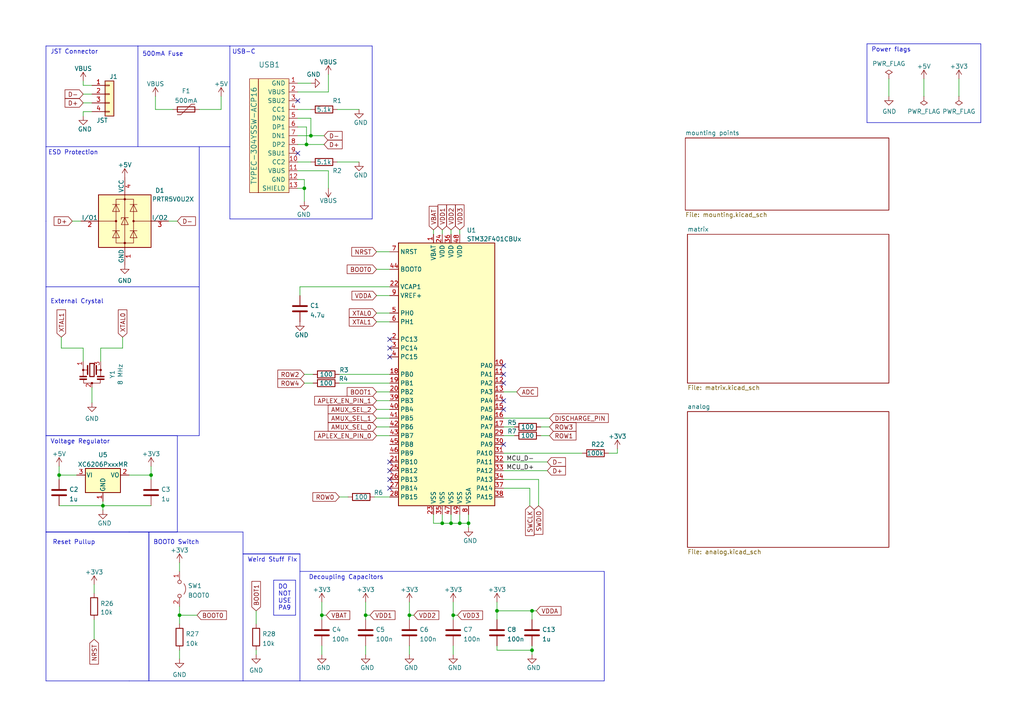
<source format=kicad_sch>
(kicad_sch (version 20230121) (generator eeschema)
  (paper "A4")
  (title_block (title "EC60") (date "2023-11-17") (rev "1.1.1") (company "LU.SV Solutions") (comment 1 "Cipulot PCB Design") (comment 2 "Cipulot") (comment 3 "GNU General Public License v3.0 "))
  (lib_symbols
    (symbol "Connector_Generic:Conn_01x04" (pin_names (offset 1.016) hide)
      (property "Reference" "J" (at 0 5.08 0))
      (property "Value" "Conn_01x04" (at 0 -7.62 0))
      (symbol "Conn_01x04_1_1"
        (rectangle (start -1.27 -4.953) (end 0 -5.207) (stroke (width 0.1524)))
        (rectangle (start -1.27 -2.413) (end 0 -2.667) (stroke (width 0.1524)))
        (rectangle (start -1.27 0.127) (end 0 -0.127) (stroke (width 0.1524)))
        (rectangle (start -1.27 2.667) (end 0 2.413) (stroke (width 0.1524)))
        (rectangle (start -1.27 3.81) (end 1.27 -6.35) (stroke (width 0.254)) (fill (type background)))
        (pin passive line (at -5.08 2.54 0) (length 3.81) (name "Pin_1") (number "1"))
        (pin passive line (at -5.08 0 0) (length 3.81) (name "Pin_2") (number "2"))
        (pin passive line (at -5.08 -2.54 0) (length 3.81) (name "Pin_3") (number "3"))
        (pin passive line (at -5.08 -5.08 0) (length 3.81) (name "Pin_4") (number "4"))
      )
    )
    (symbol "Device:C" (pin_numbers hide) (pin_names (offset 0.254))
      (property "Reference" "C" (at 0.635 2.54 0))
      (property "Value" "C" (at 0.635 -2.54 0))
      (symbol "C_0_1"
        (polyline (pts (xy -2.032 -0.762) (xy 2.032 -0.762)) (stroke (width 0.508)))
        (polyline (pts (xy -2.032 0.762) (xy 2.032 0.762)) (stroke (width 0.508)))
      )
      (symbol "C_1_1"
        (pin passive line (at 0 3.81 270) (length 2.794) (name "~") (number "1"))
        (pin passive line (at 0 -3.81 90) (length 2.794) (name "~") (number "2"))
      )
    )
    (symbol "Device:Polyfuse" (pin_numbers hide) (pin_names (offset 0))
      (property "Reference" "F" (at -2.54 0 90))
      (property "Value" "Polyfuse" (at 2.54 0 90))
      (symbol "Polyfuse_0_1"
        (rectangle (start -0.762 2.54) (end 0.762 -2.54) (stroke (width 0.254)))
        (polyline (pts (xy 0 2.54) (xy 0 -2.54)))
        (polyline (pts (xy -1.524 2.54) (xy -1.524 1.524) (xy 1.524 -1.524) (xy 1.524 -2.54)))
      )
      (symbol "Polyfuse_1_1"
        (pin passive line (at 0 3.81 270) (length 1.27) (name "~") (number "1"))
        (pin passive line (at 0 -3.81 90) (length 1.27) (name "~") (number "2"))
      )
    )
    (symbol "Device:R" (pin_numbers hide) (pin_names (offset 0))
      (property "Reference" "R" (at 2.032 0 90))
      (property "Value" "R" (at 0 0 90))
      (symbol "R_0_1"
        (rectangle (start -1.016 -2.54) (end 1.016 2.54) (stroke (width 0.254)))
      )
      (symbol "R_1_1"
        (pin passive line (at 0 3.81 270) (length 1.27) (name "~") (number "1"))
        (pin passive line (at 0 -3.81 90) (length 1.27) (name "~") (number "2"))
      )
    )
    (symbol "Device:Resonator_Small" (pin_names (offset 1.016) hide)
      (property "Reference" "Y" (at 3.175 1.905 0))
      (property "Value" "Resonator_Small" (at 3.175 0 0))
      (symbol "Resonator_Small_0_1"
        (rectangle (start -3.556 -2.54) (end -1.524 -2.794) (fill (type outline)))
        (rectangle (start -3.556 -1.778) (end -1.524 -2.032) (fill (type outline)))
        (circle (center -2.54 0) (radius 0.254) (fill (type outline)))
        (rectangle (start -0.635 1.905) (end 0.635 -1.905) (stroke (width 0.3048)))
        (circle (center 0 -3.81) (radius 0.254) (fill (type outline)))
        (polyline (pts (xy -2.54 -1.778) (xy -2.54 0)))
        (polyline (pts (xy -2.54 0) (xy -1.397 0)))
        (polyline (pts (xy -2.54 1.27) (xy -2.54 0)))
        (polyline (pts (xy -1.27 -1.27) (xy -1.27 1.27)) (stroke (width 0.381)))
        (polyline (pts (xy 1.27 -1.27) (xy 1.27 1.27)) (stroke (width 0.381)))
        (polyline (pts (xy 1.27 0) (xy 2.54 0)))
        (polyline (pts (xy 2.54 0) (xy 2.54 -1.778)))
        (polyline (pts (xy 2.54 1.27) (xy 2.54 0)))
        (polyline (pts (xy 2.413 -2.794) (xy 2.413 -3.81) (xy -2.413 -3.81) (xy -2.413 -2.667)))
        (rectangle (start 1.524 -2.54) (end 3.556 -2.794) (fill (type outline)))
        (rectangle (start 1.524 -1.778) (end 3.556 -2.032) (fill (type outline)))
        (circle (center 2.54 0) (radius 0.254) (fill (type outline)))
      )
      (symbol "Resonator_Small_1_1"
        (pin passive line (at -2.54 2.54 270) (length 1.27) (name "1") (number "1"))
        (pin passive line (at 0 -5.08 90) (length 1.27) (name "2") (number "2"))
        (pin passive line (at 2.54 2.54 270) (length 1.27) (name "3") (number "3"))
      )
    )
    (symbol "Jumper:Jumper_2_Open" (pin_names (offset 0) hide)
      (property "Reference" "JP" (at 0 2.794 0))
      (property "Value" "Jumper_2_Open" (at 0 -2.286 0))
      (symbol "Jumper_2_Open_0_0"
        (circle (center -2.032 0) (radius 0.508))
        (circle (center 2.032 0) (radius 0.508))
      )
      (symbol "Jumper_2_Open_0_1"
        (arc (start 1.524 1.27) (mid 0 1.778) (end -1.524 1.27))
      )
      (symbol "Jumper_2_Open_1_1"
        (pin passive line (at -5.08 0 0) (length 2.54) (name "A") (number "1"))
        (pin passive line (at 5.08 0 180) (length 2.54) (name "B") (number "2"))
      )
    )
    (symbol "MCU_ST_STM32F4:STM32F401CBUx"
      (property "Reference" "U" (at -15.24 39.37 0))
      (property "Value" "STM32F401CBUx" (at 5.08 39.37 0))
      (symbol "STM32F401CBUx_0_1"
        (rectangle (start -15.24 -38.1) (end 12.7 38.1) (stroke (width 0.254)) (fill (type background)))
      )
      (symbol "STM32F401CBUx_1_1"
        (pin power_in line (at -5.08 40.64 270) (length 2.54) (name "VBAT") (number "1"))
        (pin bidirectional line (at 15.24 2.54 180) (length 2.54) (name "PA0") (number "10"))
        (pin bidirectional line (at 15.24 0 180) (length 2.54) (name "PA1") (number "11"))
        (pin bidirectional line (at 15.24 -2.54 180) (length 2.54) (name "PA2") (number "12"))
        (pin bidirectional line (at 15.24 -5.08 180) (length 2.54) (name "PA3") (number "13"))
        (pin bidirectional line (at 15.24 -7.62 180) (length 2.54) (name "PA4") (number "14"))
        (pin bidirectional line (at 15.24 -10.16 180) (length 2.54) (name "PA5") (number "15"))
        (pin bidirectional line (at 15.24 -12.7 180) (length 2.54) (name "PA6") (number "16"))
        (pin bidirectional line (at 15.24 -15.24 180) (length 2.54) (name "PA7") (number "17"))
        (pin bidirectional line (at -17.78 0 0) (length 2.54) (name "PB0") (number "18"))
        (pin bidirectional line (at -17.78 -2.54 0) (length 2.54) (name "PB1") (number "19"))
        (pin bidirectional line (at -17.78 10.16 0) (length 2.54) (name "PC13") (number "2"))
        (pin bidirectional line (at -17.78 -5.08 0) (length 2.54) (name "PB2") (number "20"))
        (pin bidirectional line (at -17.78 -25.4 0) (length 2.54) (name "PB10") (number "21"))
        (pin power_in line (at -17.78 25.4 0) (length 2.54) (name "VCAP1") (number "22"))
        (pin power_in line (at -5.08 -40.64 90) (length 2.54) (name "VSS") (number "23"))
        (pin power_in line (at -2.54 40.64 270) (length 2.54) (name "VDD") (number "24"))
        (pin bidirectional line (at -17.78 -27.94 0) (length 2.54) (name "PB12") (number "25"))
        (pin bidirectional line (at -17.78 -30.48 0) (length 2.54) (name "PB13") (number "26"))
        (pin bidirectional line (at -17.78 -33.02 0) (length 2.54) (name "PB14") (number "27"))
        (pin bidirectional line (at -17.78 -35.56 0) (length 2.54) (name "PB15") (number "28"))
        (pin bidirectional line (at 15.24 -17.78 180) (length 2.54) (name "PA8") (number "29"))
        (pin bidirectional line (at -17.78 7.62 0) (length 2.54) (name "PC14") (number "3"))
        (pin bidirectional line (at 15.24 -20.32 180) (length 2.54) (name "PA9") (number "30"))
        (pin bidirectional line (at 15.24 -22.86 180) (length 2.54) (name "PA10") (number "31"))
        (pin bidirectional line (at 15.24 -25.4 180) (length 2.54) (name "PA11") (number "32"))
        (pin bidirectional line (at 15.24 -27.94 180) (length 2.54) (name "PA12") (number "33"))
        (pin bidirectional line (at 15.24 -30.48 180) (length 2.54) (name "PA13") (number "34"))
        (pin power_in line (at -2.54 -40.64 90) (length 2.54) (name "VSS") (number "35"))
        (pin power_in line (at 0 40.64 270) (length 2.54) (name "VDD") (number "36"))
        (pin bidirectional line (at 15.24 -33.02 180) (length 2.54) (name "PA14") (number "37"))
        (pin bidirectional line (at 15.24 -35.56 180) (length 2.54) (name "PA15") (number "38"))
        (pin bidirectional line (at -17.78 -7.62 0) (length 2.54) (name "PB3") (number "39"))
        (pin bidirectional line (at -17.78 5.08 0) (length 2.54) (name "PC15") (number "4"))
        (pin bidirectional line (at -17.78 -10.16 0) (length 2.54) (name "PB4") (number "40"))
        (pin bidirectional line (at -17.78 -12.7 0) (length 2.54) (name "PB5") (number "41"))
        (pin bidirectional line (at -17.78 -15.24 0) (length 2.54) (name "PB6") (number "42"))
        (pin bidirectional line (at -17.78 -17.78 0) (length 2.54) (name "PB7") (number "43"))
        (pin input line (at -17.78 30.48 0) (length 2.54) (name "BOOT0") (number "44"))
        (pin bidirectional line (at -17.78 -20.32 0) (length 2.54) (name "PB8") (number "45"))
        (pin bidirectional line (at -17.78 -22.86 0) (length 2.54) (name "PB9") (number "46"))
        (pin power_in line (at 0 -40.64 90) (length 2.54) (name "VSS") (number "47"))
        (pin power_in line (at 2.54 40.64 270) (length 2.54) (name "VDD") (number "48"))
        (pin power_in line (at 2.54 -40.64 90) (length 2.54) (name "VSS") (number "49"))
        (pin input line (at -17.78 17.78 0) (length 2.54) (name "PH0") (number "5"))
        (pin input line (at -17.78 15.24 0) (length 2.54) (name "PH1") (number "6"))
        (pin input line (at -17.78 35.56 0) (length 2.54) (name "NRST") (number "7"))
        (pin power_in line (at 5.08 -40.64 90) (length 2.54) (name "VSSA") (number "8"))
        (pin power_in line (at -17.78 22.86 0) (length 2.54) (name "VREF+") (number "9"))
      )
    )
    (symbol "Power_Protection:PRTR5V0U2X" (pin_names (offset 0))
      (property "Reference" "D" (at 2.794 8.636 0))
      (property "Value" "PRTR5V0U2X" (at 8.128 -9.398 0))
      (symbol "PRTR5V0U2X_0_1"
        (rectangle (start -7.62 -7.62) (end 7.62 7.62) (stroke (width 0.254)) (fill (type background)))
        (circle (center -2.54 0) (radius 0.254) (fill (type outline)))
        (rectangle (start -2.54 6.35) (end 2.54 -6.35))
        (circle (center 0 -6.35) (radius 0.254) (fill (type outline)))
        (polyline (pts (xy -2.54 0) (xy -7.62 0)))
        (polyline (pts (xy -1.524 -2.794) (xy -3.556 -2.794)))
        (polyline (pts (xy -1.524 4.826) (xy -3.556 4.826)))
        (polyline (pts (xy 0 -7.62) (xy 0 7.62)))
        (polyline (pts (xy 1.524 -2.794) (xy 3.556 -2.794)))
        (polyline (pts (xy 1.524 4.826) (xy 3.556 4.826)))
        (polyline (pts (xy 2.54 0) (xy 7.62 0)))
        (polyline (pts (xy 1.016 1.016) (xy -1.016 1.016) (xy -1.016 0.508)))
        (polyline (pts (xy -3.556 -4.826) (xy -1.524 -4.826) (xy -2.54 -2.794) (xy -3.556 -4.826)))
        (polyline (pts (xy -3.556 2.794) (xy -1.524 2.794) (xy -2.54 4.826) (xy -3.556 2.794)))
        (polyline (pts (xy -1.016 -1.016) (xy 1.016 -1.016) (xy 0 1.016) (xy -1.016 -1.016)))
        (polyline (pts (xy 3.556 -4.826) (xy 1.524 -4.826) (xy 2.54 -2.794) (xy 3.556 -4.826)))
        (polyline (pts (xy 3.556 2.794) (xy 1.524 2.794) (xy 2.54 4.826) (xy 3.556 2.794)))
        (circle (center 0 6.35) (radius 0.254) (fill (type outline)))
        (circle (center 2.54 0) (radius 0.254) (fill (type outline)))
      )
      (symbol "PRTR5V0U2X_1_1"
        (pin passive line (at 0 -12.7 90) (length 5.08) (name "GND") (number "1"))
        (pin passive line (at -12.7 0 0) (length 5.08) (name "I/O1") (number "2"))
        (pin passive line (at 12.7 0 180) (length 5.08) (name "I/O2") (number "3"))
        (pin passive line (at 0 12.7 270) (length 5.08) (name "VCC") (number "4"))
      )
    )
    (symbol "Regulator_Linear:XC6206PxxxMR" (pin_names (offset 0.254))
      (property "Reference" "U" (at -3.81 3.175 0))
      (property "Value" "XC6206PxxxMR" (at 0 3.175 0))
      (symbol "XC6206PxxxMR_0_1"
        (rectangle (start -5.08 1.905) (end 5.08 -5.08) (stroke (width 0.254)) (fill (type background)))
      )
      (symbol "XC6206PxxxMR_1_1"
        (pin power_in line (at 0 -7.62 90) (length 2.54) (name "GND") (number "1"))
        (pin power_out line (at 7.62 0 180) (length 2.54) (name "VO") (number "2"))
        (pin power_in line (at -7.62 0 0) (length 2.54) (name "VI") (number "3"))
      )
    )
    (symbol "cipulot_parts:TYPEC-304YSSW-ACP16" (pin_names (offset 1.016))
      (property "Reference" "USB" (at -5.08 16.51 0))
      (property "Value" "TYPEC-304YSSW-ACP16" (at -10.16 -1.27 90))
      (symbol "TYPEC-304YSSW-ACP16_0_1"
        (rectangle (start -11.43 15.24) (end -8.89 -17.78) (fill (type background)))
        (rectangle (start 0 -17.78) (end -8.89 15.24) (fill (type background)))
      )
      (symbol "TYPEC-304YSSW-ACP16_1_1"
        (pin input line (at 2.54 13.97 180) (length 2.54) (name "GND") (number "1"))
        (pin input line (at 2.54 -8.89 180) (length 2.54) (name "CC2") (number "10"))
        (pin input line (at 2.54 -11.43 180) (length 2.54) (name "VBUS") (number "11"))
        (pin input line (at 2.54 -13.97 180) (length 2.54) (name "GND") (number "12"))
        (pin input line (at 2.54 -16.51 180) (length 2.54) (name "SHIELD") (number "13"))
        (pin input line (at 2.54 11.43 180) (length 2.54) (name "VBUS") (number "2"))
        (pin input line (at 2.54 8.89 180) (length 2.54) (name "SBU2") (number "3"))
        (pin input line (at 2.54 6.35 180) (length 2.54) (name "CC1") (number "4"))
        (pin input line (at 2.54 3.81 180) (length 2.54) (name "DN2") (number "5"))
        (pin input line (at 2.54 1.27 180) (length 2.54) (name "DP1") (number "6"))
        (pin input line (at 2.54 -1.27 180) (length 2.54) (name "DN1") (number "7"))
        (pin input line (at 2.54 -3.81 180) (length 2.54) (name "DP2") (number "8"))
        (pin input line (at 2.54 -6.35 180) (length 2.54) (name "SBU1") (number "9"))
      )
    )
    (symbol "power:+3.3V" (power) (pin_names (offset 0))
      (property "Value" "+3.3V" (at 0 3.556 0))
      (symbol "+3.3V_0_1"
        (polyline (pts (xy -0.762 1.27) (xy 0 2.54)))
        (polyline (pts (xy 0 0) (xy 0 2.54)))
        (polyline (pts (xy 0 2.54) (xy 0.762 1.27)))
      )
      (symbol "+3.3V_1_1"
        (pin power_in line (at 0 0 90) (length 0) hide (name "+3V3") (number "1"))
      )
    )
    (symbol "power:+5V" (power) (pin_names (offset 0))
      (property "Value" "+5V" (at 0 3.556 0))
      (symbol "+5V_0_1"
        (polyline (pts (xy -0.762 1.27) (xy 0 2.54)))
        (polyline (pts (xy 0 0) (xy 0 2.54)))
        (polyline (pts (xy 0 2.54) (xy 0.762 1.27)))
      )
      (symbol "+5V_1_1"
        (pin power_in line (at 0 0 90) (length 0) hide (name "+5V") (number "1"))
      )
    )
    (symbol "power:GND" (power) (pin_names (offset 0))
      (property "Value" "GND" (at 0 -3.81 0))
      (symbol "GND_0_1"
        (polyline (pts (xy 0 0) (xy 0 -1.27) (xy 1.27 -1.27) (xy 0 -2.54) (xy -1.27 -1.27) (xy 0 -1.27)))
      )
      (symbol "GND_1_1"
        (pin power_in line (at 0 0 270) (length 0) hide (name "GND") (number "1"))
      )
    )
    (symbol "power:PWR_FLAG" (power) (pin_numbers hide) (pin_names (offset 0) hide)
      (property "Value" "PWR_FLAG" (at 0 3.81 0))
      (symbol "PWR_FLAG_0_0"
        (pin power_out line (at 0 0 90) (length 0) (name "pwr") (number "1"))
      )
      (symbol "PWR_FLAG_0_1"
        (polyline (pts (xy 0 0) (xy 0 1.27) (xy -1.016 1.905) (xy 0 2.54) (xy 1.016 1.905) (xy 0 1.27)))
      )
    )
    (symbol "power:VBUS" (power) (pin_names (offset 0))
      (property "Value" "VBUS" (at 0 3.81 0))
      (symbol "VBUS_0_1"
        (polyline (pts (xy -0.762 1.27) (xy 0 2.54)))
        (polyline (pts (xy 0 0) (xy 0 2.54)))
        (polyline (pts (xy 0 2.54) (xy 0.762 1.27)))
      )
      (symbol "VBUS_1_1"
        (pin power_in line (at 0 0 90) (length 0) hide (name "VBUS") (number "1"))
      )
    )
  )
  (junction (at 144.145 177.165))
  (junction (at 133.35 151.765))
  (junction (at 135.89 151.765))
  (junction (at 106.045 178.435))
  (junction (at 90.17 39.37))
  (junction (at 154.305 188.595))
  (junction (at 43.815 137.795))
  (junction (at 29.845 146.685))
  (junction (at 88.265 54.61))
  (junction (at 88.9 41.91))
  (junction (at 130.81 151.765))
  (junction (at 17.145 137.795))
  (junction (at 154.305 177.165))
  (junction (at 93.345 178.435))
  (junction (at 128.27 151.765))
  (junction (at 52.07 178.435))
  (junction (at 118.745 178.435))
  (junction (at 131.445 178.435))
  (no_connect (at 113.03 136.525))
  (no_connect (at 86.36 44.45))
  (no_connect (at 146.05 108.585))
  (no_connect (at 86.36 29.21))
  (no_connect (at 146.05 118.745))
  (no_connect (at 113.03 133.985))
  (no_connect (at 113.03 141.605))
  (no_connect (at 146.05 111.125))
  (no_connect (at 113.03 103.505))
  (no_connect (at 146.05 106.045))
  (no_connect (at 113.03 100.965))
  (no_connect (at 113.03 98.425))
  (no_connect (at 146.05 128.905))
  (no_connect (at 146.05 116.205))
  (no_connect (at 113.03 139.065))
  (wire (pts (xy 146.05 113.665) (xy 149.86 113.665)))
  (wire (pts (xy 86.36 36.83) (xy 88.9 36.83)))
  (wire (pts (xy 135.89 153.035) (xy 135.89 151.765)))
  (polyline (pts (xy 13.335 83.185) (xy 13.335 126.365)))
  (polyline (pts (xy 79.375 168.275) (xy 85.725 168.275)))
  (wire (pts (xy 74.295 188.595) (xy 74.295 189.865)))
  (polyline (pts (xy 43.18 154.305) (xy 43.18 197.485)))
  (polyline (pts (xy 57.785 42.545) (xy 13.335 42.545)))
  (wire (pts (xy 29.845 145.415) (xy 29.845 146.685)))
  (wire (pts (xy 159.385 126.365) (xy 156.845 126.365)))
  (wire (pts (xy 156.21 146.685) (xy 156.21 139.065)))
  (polyline (pts (xy 13.335 13.335) (xy 40.005 13.335)))
  (polyline (pts (xy 66.675 13.335) (xy 107.95 13.335)))
  (wire (pts (xy 118.745 179.705) (xy 118.745 178.435)))
  (polyline (pts (xy 66.675 42.545) (xy 66.675 13.335)))
  (wire (pts (xy 128.27 151.765) (xy 130.81 151.765)))
  (wire (pts (xy 149.225 123.825) (xy 146.05 123.825)))
  (wire (pts (xy 74.295 177.165) (xy 74.295 180.975)))
  (polyline (pts (xy 175.26 165.735) (xy 175.26 197.485)))
  (polyline (pts (xy 86.995 160.655) (xy 86.995 197.485)))
  (wire (pts (xy 154.305 177.165) (xy 154.305 179.705)))
  (wire (pts (xy 109.22 121.285) (xy 113.03 121.285)))
  (polyline (pts (xy 13.335 154.305) (xy 13.335 197.485)))
  (wire (pts (xy 90.17 34.29) (xy 90.17 39.37)))
  (wire (pts (xy 17.145 135.255) (xy 17.145 137.795)))
  (wire (pts (xy 154.305 188.595) (xy 154.305 189.865)))
  (wire (pts (xy 24.13 29.845) (xy 26.67 29.845)))
  (polyline (pts (xy 57.785 83.185) (xy 57.785 42.545)))
  (wire (pts (xy 144.145 188.595) (xy 154.305 188.595)))
  (wire (pts (xy 86.36 46.99) (xy 90.17 46.99)))
  (wire (pts (xy 27.305 169.545) (xy 27.305 172.085)))
  (wire (pts (xy 154.305 177.165) (xy 155.575 177.165)))
  (wire (pts (xy 86.36 24.13) (xy 90.17 24.13)))
  (wire (pts (xy 153.67 141.605) (xy 153.67 146.685)))
  (wire (pts (xy 146.05 133.985) (xy 158.75 133.985)))
  (polyline (pts (xy 251.46 35.56) (xy 284.48 35.56)))
  (wire (pts (xy 118.745 178.435) (xy 120.015 178.435)))
  (wire (pts (xy 133.35 67.945) (xy 133.35 66.675)))
  (wire (pts (xy 278.13 22.86) (xy 278.13 27.94)))
  (wire (pts (xy 146.05 139.065) (xy 156.21 139.065)))
  (wire (pts (xy 86.36 39.37) (xy 90.17 39.37)))
  (wire (pts (xy 159.385 121.285) (xy 146.05 121.285)))
  (wire (pts (xy 35.56 97.79) (xy 35.56 100.965)))
  (wire (pts (xy 109.22 90.805) (xy 113.03 90.805)))
  (wire (pts (xy 86.36 26.67) (xy 95.25 26.67)))
  (wire (pts (xy 106.045 179.705) (xy 106.045 178.435)))
  (polyline (pts (xy 85.725 178.435) (xy 85.725 168.275)))
  (polyline (pts (xy 79.375 168.275) (xy 79.375 178.435)))
  (wire (pts (xy 57.785 31.75) (xy 64.135 31.75)))
  (polyline (pts (xy 51.435 126.365) (xy 13.335 126.365)))
  (wire (pts (xy 17.145 146.685) (xy 29.845 146.685)))
  (wire (pts (xy 95.25 26.67) (xy 95.25 21.59)))
  (wire (pts (xy 125.73 67.945) (xy 125.73 66.675)))
  (wire (pts (xy 45.085 27.94) (xy 45.085 31.75)))
  (wire (pts (xy 106.045 187.325) (xy 106.045 189.865)))
  (wire (pts (xy 93.345 178.435) (xy 93.345 179.705)))
  (wire (pts (xy 26.67 112.395) (xy 26.67 116.84)))
  (polyline (pts (xy 86.995 165.735) (xy 175.26 165.735)))
  (wire (pts (xy 128.27 67.945) (xy 128.27 66.675)))
  (wire (pts (xy 146.05 136.525) (xy 158.75 136.525)))
  (wire (pts (xy 90.17 39.37) (xy 93.98 39.37)))
  (polyline (pts (xy 70.485 197.485) (xy 70.485 154.305)))
  (wire (pts (xy 17.78 97.79) (xy 17.78 100.965)))
  (wire (pts (xy 29.21 104.775) (xy 29.21 100.965)))
  (wire (pts (xy 93.345 187.325) (xy 93.345 189.865)))
  (wire (pts (xy 52.07 178.435) (xy 52.07 180.975)))
  (wire (pts (xy 144.145 174.625) (xy 144.145 177.165)))
  (wire (pts (xy 20.955 64.135) (xy 23.495 64.135)))
  (wire (pts (xy 106.045 174.625) (xy 106.045 178.435)))
  (wire (pts (xy 267.97 22.86) (xy 267.97 27.94)))
  (polyline (pts (xy 79.375 178.435) (xy 85.725 178.435)))
  (wire (pts (xy 109.22 118.745) (xy 113.03 118.745)))
  (polyline (pts (xy 13.335 154.305) (xy 37.465 154.305)))
  (polyline (pts (xy 13.335 42.545) (xy 13.335 64.135)))
  (wire (pts (xy 109.22 126.365) (xy 113.03 126.365)))
  (wire (pts (xy 130.81 149.225) (xy 130.81 151.765)))
  (wire (pts (xy 86.995 83.185) (xy 86.995 85.725)))
  (wire (pts (xy 109.22 116.205) (xy 113.03 116.205)))
  (wire (pts (xy 29.21 100.965) (xy 35.56 100.965)))
  (wire (pts (xy 128.27 149.225) (xy 128.27 151.765)))
  (wire (pts (xy 17.145 137.795) (xy 22.225 137.795)))
  (polyline (pts (xy 43.18 197.485) (xy 43.18 154.305)))
  (wire (pts (xy 88.265 108.585) (xy 90.805 108.585)))
  (wire (pts (xy 24.13 32.385) (xy 26.67 32.385)))
  (wire (pts (xy 133.35 151.765) (xy 135.89 151.765)))
  (wire (pts (xy 37.465 137.795) (xy 43.815 137.795)))
  (polyline (pts (xy 86.995 197.485) (xy 70.485 197.485)))
  (wire (pts (xy 179.07 131.445) (xy 179.07 130.175)))
  (wire (pts (xy 52.07 175.895) (xy 52.07 178.435)))
  (wire (pts (xy 131.445 178.435) (xy 131.445 179.705)))
  (wire (pts (xy 257.81 22.86) (xy 257.81 27.94)))
  (wire (pts (xy 29.845 146.685) (xy 29.845 147.955)))
  (wire (pts (xy 95.25 49.53) (xy 95.25 54.61)))
  (wire (pts (xy 86.36 34.29) (xy 90.17 34.29)))
  (polyline (pts (xy 51.435 154.305) (xy 51.435 126.365)))
  (wire (pts (xy 43.815 135.255) (xy 43.815 137.795)))
  (wire (pts (xy 144.145 177.165) (xy 154.305 177.165)))
  (wire (pts (xy 88.265 54.61) (xy 86.36 54.61)))
  (polyline (pts (xy 57.785 42.545) (xy 66.675 42.545)))
  (polyline (pts (xy 107.95 13.335) (xy 107.95 63.5)))
  (wire (pts (xy 64.135 31.75) (xy 64.135 27.94)))
  (polyline (pts (xy 66.675 63.5) (xy 66.675 42.545)))
  (wire (pts (xy 43.815 137.795) (xy 43.815 139.065)))
  (wire (pts (xy 176.53 131.445) (xy 179.07 131.445)))
  (wire (pts (xy 24.13 100.965) (xy 24.13 104.775)))
  (wire (pts (xy 27.305 179.705) (xy 27.305 185.42)))
  (wire (pts (xy 88.265 111.125) (xy 90.805 111.125)))
  (wire (pts (xy 118.745 187.325) (xy 118.745 189.865)))
  (wire (pts (xy 86.36 41.91) (xy 88.9 41.91)))
  (wire (pts (xy 159.385 123.825) (xy 156.845 123.825)))
  (wire (pts (xy 24.13 24.765) (xy 26.67 24.765)))
  (polyline (pts (xy 13.335 42.545) (xy 13.335 13.335)))
  (wire (pts (xy 52.07 163.195) (xy 52.07 165.735)))
  (wire (pts (xy 24.13 23.495) (xy 24.13 24.765)))
  (polyline (pts (xy 251.46 12.7) (xy 251.46 35.56)))
  (wire (pts (xy 17.145 137.795) (xy 17.145 139.065)))
  (polyline (pts (xy 13.335 126.365) (xy 13.335 154.305)))
  (wire (pts (xy 24.13 33.655) (xy 24.13 32.385)))
  (wire (pts (xy 146.05 131.445) (xy 168.91 131.445)))
  (wire (pts (xy 130.81 151.765) (xy 133.35 151.765)))
  (polyline (pts (xy 13.335 154.305) (xy 37.465 154.305)))
  (wire (pts (xy 88.265 52.07) (xy 88.265 54.61)))
  (wire (pts (xy 94.615 178.435) (xy 93.345 178.435)))
  (polyline (pts (xy 70.485 160.655) (xy 86.995 160.655)))
  (wire (pts (xy 113.03 83.185) (xy 86.995 83.185)))
  (wire (pts (xy 149.225 126.365) (xy 146.05 126.365)))
  (wire (pts (xy 144.145 187.325) (xy 144.145 188.595)))
  (polyline (pts (xy 13.335 126.365) (xy 57.785 126.365)))
  (polyline (pts (xy 66.675 13.335) (xy 40.005 13.335)))
  (wire (pts (xy 125.73 149.225) (xy 125.73 151.765)))
  (wire (pts (xy 88.9 41.91) (xy 93.98 41.91)))
  (wire (pts (xy 109.22 73.025) (xy 113.03 73.025)))
  (wire (pts (xy 24.13 27.305) (xy 26.67 27.305)))
  (wire (pts (xy 125.73 151.765) (xy 128.27 151.765)))
  (wire (pts (xy 86.36 52.07) (xy 88.265 52.07)))
  (polyline (pts (xy 37.465 197.485) (xy 70.485 197.485)))
  (wire (pts (xy 109.22 78.105) (xy 113.03 78.105)))
  (polyline (pts (xy 175.26 197.485) (xy 86.995 197.485)))
  (polyline (pts (xy 107.95 63.5) (xy 66.675 63.5)))
  (wire (pts (xy 106.045 178.435) (xy 107.315 178.435)))
  (wire (pts (xy 97.79 31.75) (xy 104.14 31.75)))
  (wire (pts (xy 133.35 149.225) (xy 133.35 151.765)))
  (wire (pts (xy 17.78 100.965) (xy 24.13 100.965)))
  (wire (pts (xy 113.03 85.725) (xy 109.22 85.725)))
  (wire (pts (xy 52.07 188.595) (xy 52.07 191.135)))
  (wire (pts (xy 108.585 144.145) (xy 113.03 144.145)))
  (polyline (pts (xy 13.335 197.485) (xy 37.465 197.485)))
  (polyline (pts (xy 57.785 126.365) (xy 57.785 83.185)))
  (wire (pts (xy 98.425 144.145) (xy 100.965 144.145)))
  (wire (pts (xy 131.445 178.435) (xy 132.715 178.435)))
  (wire (pts (xy 97.79 46.99) (xy 104.14 46.99)))
  (wire (pts (xy 86.36 31.75) (xy 90.17 31.75)))
  (wire (pts (xy 118.745 174.625) (xy 118.745 178.435)))
  (wire (pts (xy 131.445 174.625) (xy 131.445 178.435)))
  (wire (pts (xy 130.81 67.945) (xy 130.81 66.675)))
  (polyline (pts (xy 251.46 12.7) (xy 284.48 12.7)))
  (wire (pts (xy 109.22 93.345) (xy 113.03 93.345)))
  (polyline (pts (xy 13.335 83.185) (xy 57.785 83.185)))
  (polyline (pts (xy 37.465 154.305) (xy 51.435 154.305)))
  (wire (pts (xy 48.895 64.135) (xy 51.435 64.135)))
  (polyline (pts (xy 284.48 35.56) (xy 284.48 12.7)))
  (polyline (pts (xy 37.465 154.305) (xy 70.485 154.305)))
  (wire (pts (xy 98.425 111.125) (xy 113.03 111.125)))
  (wire (pts (xy 88.265 54.61) (xy 88.265 58.42)))
  (polyline (pts (xy 40.005 42.545) (xy 40.005 13.335)))
  (wire (pts (xy 109.22 113.665) (xy 113.03 113.665)))
  (wire (pts (xy 144.145 179.705) (xy 144.145 177.165)))
  (wire (pts (xy 131.445 187.325) (xy 131.445 189.865)))
  (polyline (pts (xy 86.995 160.655) (xy 70.485 160.655)))
  (wire (pts (xy 109.22 123.825) (xy 113.03 123.825)))
  (wire (pts (xy 29.845 146.685) (xy 43.815 146.685)))
  (wire (pts (xy 45.085 31.75) (xy 50.165 31.75)))
  (wire (pts (xy 98.425 108.585) (xy 113.03 108.585)))
  (wire (pts (xy 135.89 149.225) (xy 135.89 151.765)))
  (wire (pts (xy 146.05 141.605) (xy 153.67 141.605)))
  (wire (pts (xy 93.345 174.625) (xy 93.345 178.435)))
  (wire (pts (xy 52.07 178.435) (xy 57.15 178.435)))
  (polyline (pts (xy 13.335 64.135) (xy 13.335 83.185)))
  (wire (pts (xy 88.9 36.83) (xy 88.9 41.91)))
  (wire (pts (xy 154.305 187.325) (xy 154.305 188.595)))
  (wire (pts (xy 86.36 49.53) (xy 95.25 49.53)))
  (text "DO\nNOT\nUSE\nPA9\n" (at 80.645 177.165 0) (effects (font (size 1.27 1.27)) (justify left bottom)))
  (text "Voltage Regulator" (at 14.605 128.905 0) (effects (font (size 1.27 1.27)) (justify left bottom)))
  (text "JST Connector\n" (at 14.605 15.875 0) (effects (font (size 1.27 1.27)) (justify left bottom)))
  (text "BOOT0 Switch" (at 44.45 158.115 0) (effects (font (size 1.27 1.27)) (justify left bottom)))
  (text "External Crystal\n" (at 14.605 88.265 0) (effects (font (size 1.27 1.27)) (justify left bottom)))
  (text "Weird Stuff FIx" (at 71.755 163.195 0) (effects (font (size 1.27 1.27)) (justify left bottom)))
  (text "Decoupling Capacitors" (at 89.535 168.275 0) (effects (font (size 1.27 1.27)) (justify left bottom)))
  (text "Power flags\n" (at 252.73 15.24 0) (effects (font (size 1.27 1.27)) (justify left bottom)))
  (text "500mA Fuse" (at 41.275 16.51 0) (effects (font (size 1.27 1.27)) (justify left bottom)))
  (text "USB-C" (at 67.31 15.875 0) (effects (font (size 1.27 1.27)) (justify left bottom)))
  (text "ESD Protection\n" (at 13.97 45.085 0) (effects (font (size 1.27 1.27)) (justify left bottom)))
  (text "Reset Pullup" (at 15.24 158.115 0) (effects (font (size 1.27 1.27)) (justify left bottom)))
  (label "MCU_D+" (at 154.94 136.525 180))
  (label "MCU_D-" (at 154.94 133.985 180))
  (global_label "ROW4" (shape input) (at 88.265 111.125 180) (property "Intersheetrefs" "${INTERSHEET_REFS}" (effects hide)))
  (global_label "VDD3" (shape input) (at 132.715 178.435 0) (property "Intersheetrefs" "${INTERSHEET_REFS}" (effects hide)))
  (global_label "D+" (shape input) (at 24.13 29.845 180) (property "Intersheetrefs" "${INTERSHEET_REFS}" (effects hide)))
  (global_label "ROW0" (shape input) (at 98.425 144.145 180) (property "Intersheetrefs" "${INTERSHEET_REFS}" (effects hide)))
  (global_label "SWCLK" (shape input) (at 153.67 146.685 270) (property "Intersheetrefs" "${INTERSHEET_REFS}" (effects hide)))
  (global_label "ROW3" (shape input) (at 159.385 123.825 0) (property "Intersheetrefs" "${INTERSHEET_REFS}" (effects hide)))
  (global_label "D-" (shape input) (at 93.98 39.37 0) (property "Intersheetrefs" "${INTERSHEET_REFS}" (effects hide)))
  (global_label "APLEX_EN_PIN_1" (shape input) (at 109.22 116.205 180) (property "Intersheetrefs" "${INTERSHEET_REFS}" (effects hide)))
  (global_label "VBAT" (shape input) (at 94.615 178.435 0) (property "Intersheetrefs" "${INTERSHEET_REFS}" (effects hide)))
  (global_label "BOOT0" (shape input) (at 57.15 178.435 0) (property "Intersheetrefs" "${INTERSHEET_REFS}" (effects hide)))
  (global_label "DISCHARGE_PIN" (shape input) (at 159.385 121.285 0) (property "Intersheetrefs" "${INTERSHEET_REFS}" (effects hide)))
  (global_label "D+" (shape input) (at 20.955 64.135 180) (property "Intersheetrefs" "${INTERSHEET_REFS}" (effects hide)))
  (global_label "VDD2" (shape input) (at 120.015 178.435 0) (property "Intersheetrefs" "${INTERSHEET_REFS}" (effects hide)))
  (global_label "XTAL1" (shape input) (at 17.78 97.79 90) (property "Intersheetrefs" "${INTERSHEET_REFS}" (effects hide)))
  (global_label "VDD1" (shape input) (at 107.315 178.435 0) (property "Intersheetrefs" "${INTERSHEET_REFS}" (effects hide)))
  (global_label "SWDIO" (shape input) (at 156.21 146.685 270) (property "Intersheetrefs" "${INTERSHEET_REFS}" (effects hide)))
  (global_label "BOOT1" (shape input) (at 109.22 113.665 180) (property "Intersheetrefs" "${INTERSHEET_REFS}" (effects hide)))
  (global_label "D+" (shape input) (at 158.75 136.525 0) (property "Intersheetrefs" "${INTERSHEET_REFS}" (effects hide)))
  (global_label "NRST" (shape input) (at 109.22 73.025 180) (property "Intersheetrefs" "${INTERSHEET_REFS}" (effects hide)))
  (global_label "VDD1" (shape input) (at 128.27 66.675 90) (property "Intersheetrefs" "${INTERSHEET_REFS}" (effects hide)))
  (global_label "AMUX_SEL_1" (shape input) (at 109.22 121.285 180) (property "Intersheetrefs" "${INTERSHEET_REFS}" (effects hide)))
  (global_label "AMUX_SEL_0" (shape input) (at 109.22 123.825 180) (property "Intersheetrefs" "${INTERSHEET_REFS}" (effects hide)))
  (global_label "XTAL1" (shape input) (at 109.22 93.345 180) (property "Intersheetrefs" "${INTERSHEET_REFS}" (effects hide)))
  (global_label "ROW2" (shape input) (at 88.265 108.585 180) (property "Intersheetrefs" "${INTERSHEET_REFS}" (effects hide)))
  (global_label "VDDA" (shape input) (at 155.575 177.165 0) (property "Intersheetrefs" "${INTERSHEET_REFS}" (effects hide)))
  (global_label "D-" (shape input) (at 24.13 27.305 180) (property "Intersheetrefs" "${INTERSHEET_REFS}" (effects hide)))
  (global_label "VDD2" (shape input) (at 130.81 66.675 90) (property "Intersheetrefs" "${INTERSHEET_REFS}" (effects hide)))
  (global_label "XTAL0" (shape input) (at 35.56 97.79 90) (property "Intersheetrefs" "${INTERSHEET_REFS}" (effects hide)))
  (global_label "D+" (shape input) (at 93.98 41.91 0) (property "Intersheetrefs" "${INTERSHEET_REFS}" (effects hide)))
  (global_label "BOOT1" (shape input) (at 74.295 177.165 90) (property "Intersheetrefs" "${INTERSHEET_REFS}" (effects hide)))
  (global_label "AMUX_SEL_2" (shape input) (at 109.22 118.745 180) (property "Intersheetrefs" "${INTERSHEET_REFS}" (effects hide)))
  (global_label "VDDA" (shape input) (at 109.22 85.725 180) (property "Intersheetrefs" "${INTERSHEET_REFS}" (effects hide)))
  (global_label "NRST" (shape input) (at 27.305 185.42 270) (property "Intersheetrefs" "${INTERSHEET_REFS}" (effects hide)))
  (global_label "D-" (shape input) (at 158.75 133.985 0) (property "Intersheetrefs" "${INTERSHEET_REFS}" (effects hide)))
  (global_label "ROW1" (shape input) (at 159.385 126.365 0) (property "Intersheetrefs" "${INTERSHEET_REFS}" (effects hide)))
  (global_label "VDD3" (shape input) (at 133.35 66.675 90) (property "Intersheetrefs" "${INTERSHEET_REFS}" (effects hide)))
  (global_label "APLEX_EN_PIN_0" (shape input) (at 109.22 126.365 180) (property "Intersheetrefs" "${INTERSHEET_REFS}" (effects hide)))
  (global_label "XTAL0" (shape input) (at 109.22 90.805 180) (property "Intersheetrefs" "${INTERSHEET_REFS}" (effects hide)))
  (global_label "VBAT" (shape input) (at 125.73 66.675 90) (property "Intersheetrefs" "${INTERSHEET_REFS}" (effects hide)))
  (global_label "BOOT0" (shape input) (at 109.22 78.105 180) (property "Intersheetrefs" "${INTERSHEET_REFS}" (effects hide)))
  (global_label "ADC" (shape input) (at 149.86 113.665 0) (property "Intersheetrefs" "${INTERSHEET_REFS}" (effects hide)))
  (global_label "D-" (shape input) (at 51.435 64.135 0) (property "Intersheetrefs" "${INTERSHEET_REFS}" (effects hide)))
  (symbol (lib_id "power:PWR_FLAG") (at 257.81 22.86 0) (unit 1)
    (property "Reference" "#FLG01" (effects hide))
    (property "Value" "PWR_FLAG" (at 257.81 18.4658 0))
  )
  (symbol (lib_id "Connector_Generic:Conn_01x04") (at 31.75 27.305 0) (unit 1)
    (property "Reference" "J1" (at 31.75 22.225 0) (effects (justify left)))
    (property "Value" "JST" (at 27.94 34.925 0) (effects (justify left)))
    (property "Footprint" "cipulot_parts:JST-SR-4" (effects hide))
    (property "LCSC" "C145956" (effects hide))
  )
  (symbol (lib_id "power:GND") (at 135.89 153.035 0) (unit 1)
    (property "Reference" "#PWR020" (effects hide))
    (property "Value" "GND" (at 138.43 156.845 0) (effects (justify right)))
  )
  (symbol (lib_id "Device:C") (at 17.145 142.875 0) (unit 1)
    (property "Reference" "C2" (at 20.066 141.9665 0) (effects (justify left)))
    (property "Value" "1u" (at 20.066 144.7416 0) (effects (justify left)))
    (property "Footprint" "Capacitor_SMD:C_0402_1005Metric" (effects hide))
    (property "LCSC" "C52923" (effects hide))
  )
  (symbol (lib_id "power:+3.3V") (at 118.745 174.625 0) (unit 1)
    (property "Reference" "#PWR025" (effects hide))
    (property "Value" "+3.3V" (at 118.745 171.0205 0))
  )
  (symbol (lib_id "power:GND") (at 104.14 46.99 0) (unit 1)
    (property "Reference" "#PWR09" (effects hide))
    (property "Value" "GND" (at 106.68 50.8 0) (effects (justify right)))
  )
  (symbol (lib_id "Device:R") (at 52.07 184.785 0) (unit 1)
    (property "Reference" "R27" (at 53.848 183.8765 0) (effects (justify left)))
    (property "Value" "10k" (at 53.848 186.6516 0) (effects (justify left)))
    (property "Footprint" "Resistor_SMD:R_0402_1005Metric" (effects hide))
    (property "LCSC" "C25744" (effects hide))
  )
  (symbol (lib_id "power:+3.3V") (at 131.445 174.625 0) (unit 1)
    (property "Reference" "#PWR026" (effects hide))
    (property "Value" "+3.3V" (at 131.445 171.0205 0))
  )
  (symbol (lib_id "Device:C") (at 144.145 183.515 0) (unit 1)
    (property "Reference" "C8" (at 147.066 182.6065 0) (effects (justify left)))
    (property "Value" "100n" (at 147.066 185.3816 0) (effects (justify left)))
    (property "Footprint" "Capacitor_SMD:C_0402_1005Metric" (effects hide))
    (property "LCSC" "C307331" (effects hide))
  )
  (symbol (lib_id "Device:R") (at 74.295 184.785 180) (unit 1)
    (property "Reference" "R28" (at 76.073 183.8765 0) (effects (justify right)))
    (property "Value" "10k" (at 76.073 186.6516 0) (effects (justify right)))
    (property "Footprint" "Resistor_SMD:R_0402_1005Metric" (effects hide))
    (property "LCSC" "C25744" (effects hide))
  )
  (symbol (lib_id "power:GND") (at 86.995 93.345 0) (unit 1)
    (property "Reference" "#PWR014" (effects hide))
    (property "Value" "GND" (at 89.535 97.155 0) (effects (justify right)))
  )
  (symbol (lib_id "MCU_ST_STM32F4:STM32F401CBUx") (at 130.81 108.585 0) (unit 1)
    (property "Reference" "U1" (at 135.3694 66.7852 0) (effects (justify left)))
    (property "Value" "STM32F401CBUx" (at 135.3694 69.3221 0) (effects (justify left)))
    (property "Footprint" "Package_DFN_QFN:QFN-48-1EP_7x7mm_P0.5mm_EP5.6x5.6mm" (effects hide))
    (property "Datasheet" "http://www.st.com/st-web-ui/static/active/en/resource/technical/document/datasheet/DM00086815.pdf" (effects hide))
    (property "LCSC" "C118825" (effects hide))
  )
  (symbol (lib_id "cipulot_parts:TYPEC-304YSSW-ACP16") (at 83.82 38.1 0) (unit 1)
    (property "Reference" "USB1" (at 78.105 18.7759 0) (effects (font (size 1.524 1.524))))
    (property "Value" "TYPEC-304YSSW-ACP16" (at 73.66 39.37 90) (effects (font (size 1.524 1.524))))
    (property "Footprint" "cipulot_parts:TYPEC-304YSSW-ACP16" (effects hide))
    (property "LCSC" "C2840392" (effects hide))
  )
  (symbol (lib_id "power:+5V") (at 267.97 22.86 0) (unit 1)
    (property "Reference" "#PWR05" (effects hide))
    (property "Value" "+5V" (at 267.97 19.2555 0))
  )
  (symbol (lib_id "Device:R") (at 94.615 111.125 90) (unit 1)
    (property "Reference" "R4" (at 100.965 109.855 90) (effects (justify left)))
    (property "Value" "100" (at 96.52 111.125 90) (effects (justify left)))
    (property "Footprint" "Resistor_SMD:R_0402_1005Metric" (effects hide))
    (property "LCSC" "C25076" (effects hide))
  )
  (symbol (lib_id "Device:R") (at 153.035 123.825 90) (unit 1)
    (property "Reference" "R5" (at 149.86 122.555 90) (effects (justify left)))
    (property "Value" "100" (at 154.94 123.825 90) (effects (justify left)))
    (property "Footprint" "Resistor_SMD:R_0402_1005Metric" (effects hide))
    (property "LCSC" "C25076" (effects hide))
  )
  (symbol (lib_id "Device:R") (at 94.615 108.585 270) (unit 1)
    (property "Reference" "R3" (at 98.425 107.315 90) (effects (justify left)))
    (property "Value" "100" (at 92.71 108.585 90) (effects (justify left)))
    (property "Footprint" "Resistor_SMD:R_0402_1005Metric" (effects hide))
    (property "LCSC" "C25076" (effects hide))
  )
  (symbol (lib_id "power:+5V") (at 64.135 27.94 0) (unit 1)
    (property "Reference" "#PWR04" (effects hide))
    (property "Value" "+5V" (at 64.135 24.3355 0))
  )
  (symbol (lib_id "Device:R") (at 93.98 31.75 270) (unit 1)
    (property "Reference" "R1" (at 97.79 29.21 90))
    (property "Value" "5.1k" (at 93.98 31.75 90))
    (property "Footprint" "Resistor_SMD:R_0402_1005Metric" (effects hide))
    (property "LCSC" "C25905" (effects hide))
  )
  (symbol (lib_id "Device:Polyfuse") (at 53.975 31.75 270) (unit 1)
    (property "Reference" "F1" (at 53.975 26.3865 90))
    (property "Value" "500mA" (at 53.975 29.1616 90))
    (property "Footprint" "Fuse:Fuse_1206_3216Metric" (effects hide))
    (property "LCSC" "C70076" (effects hide))
  )
  (symbol (lib_id "Power_Protection:PRTR5V0U2X") (at 36.195 64.135 0) (unit 1)
    (property "Reference" "D1" (at 46.355 55.245 0))
    (property "Value" "PRTR5V0U2X" (at 50.165 57.785 0))
    (property "Footprint" "Package_TO_SOT_SMD:SOT-143" (effects hide))
    (property "Datasheet" "https://assets.nexperia.com/documents/data-sheet/PRTR5V0U2X.pdf" (effects hide))
    (property "LCSC" "C2827688" (effects hide))
  )
  (symbol (lib_id "Device:C") (at 106.045 183.515 0) (unit 1)
    (property "Reference" "C5" (at 108.966 182.6065 0) (effects (justify left)))
    (property "Value" "100n" (at 108.966 185.3816 0) (effects (justify left)))
    (property "Footprint" "Capacitor_SMD:C_0402_1005Metric" (effects hide))
    (property "LCSC" "C307331" (effects hide))
  )
  (symbol (lib_id "power:GND") (at 104.14 31.75 0) (unit 1)
    (property "Reference" "#PWR08" (effects hide))
    (property "Value" "GND" (at 106.68 35.56 0) (effects (justify right)))
  )
  (symbol (lib_id "Device:R") (at 104.775 144.145 90) (unit 1)
    (property "Reference" "R6" (at 111.125 142.875 90) (effects (justify left)))
    (property "Value" "100" (at 106.68 144.145 90) (effects (justify left)))
    (property "Footprint" "Resistor_SMD:R_0402_1005Metric" (effects hide))
    (property "LCSC" "C25076" (effects hide))
  )
  (symbol (lib_id "power:GND") (at 29.845 147.955 0) (unit 1)
    (property "Reference" "#PWR019" (effects hide))
    (property "Value" "GND" (at 32.385 151.765 0) (effects (justify right)))
  )
  (symbol (lib_id "power:GND") (at 90.17 24.13 90) (unit 1)
    (property "Reference" "#PWR02" (effects hide))
    (property "Value" "GND" (at 88.9 21.59 90) (effects (justify right)))
  )
  (symbol (lib_id "power:+3.3V") (at 52.07 163.195 0) (unit 1)
    (property "Reference" "#PWR021" (effects hide))
    (property "Value" "+3.3V" (at 52.07 159.5905 0))
  )
  (symbol (lib_id "power:GND") (at 36.195 76.835 0) (unit 1)
    (property "Reference" "#PWR013" (effects hide))
    (property "Value" "GND" (at 36.195 81.3975 0))
  )
  (symbol (lib_id "Device:C") (at 93.345 183.515 0) (unit 1)
    (property "Reference" "C4" (at 96.266 182.6065 0) (effects (justify left)))
    (property "Value" "100n" (at 96.266 185.3816 0) (effects (justify left)))
    (property "Footprint" "Capacitor_SMD:C_0402_1005Metric" (effects hide))
    (property "LCSC" "C307331" (effects hide))
  )
  (symbol (lib_id "power:+3.3V") (at 278.13 22.86 0) (unit 1)
    (property "Reference" "#PWR06" (effects hide))
    (property "Value" "+3.3V" (at 278.13 19.2555 0))
  )
  (symbol (lib_id "power:VBUS") (at 95.25 21.59 0) (unit 1)
    (property "Reference" "#PWR01" (effects hide))
    (property "Value" "VBUS" (at 95.25 17.9855 0))
  )
  (symbol (lib_id "power:GND") (at 257.81 27.94 0) (unit 1)
    (property "Reference" "#PWR07" (effects hide))
    (property "Value" "GND" (at 257.937 32.3342 0))
  )
  (symbol (lib_id "Device:C") (at 131.445 183.515 0) (unit 1)
    (property "Reference" "C7" (at 134.366 182.6065 0) (effects (justify left)))
    (property "Value" "100n" (at 134.366 185.3816 0) (effects (justify left)))
    (property "Footprint" "Capacitor_SMD:C_0402_1005Metric" (effects hide))
    (property "LCSC" "C307331" (effects hide))
  )
  (symbol (lib_id "Device:C") (at 86.995 89.535 0) (unit 1)
    (property "Reference" "C1" (at 89.916 88.6265 0) (effects (justify left)))
    (property "Value" "4.7u" (at 89.916 91.4016 0) (effects (justify left)))
    (property "Footprint" "Capacitor_SMD:C_0402_1005Metric" (effects hide))
    (property "LCSC" "C23733" (effects hide))
  )
  (symbol (lib_id "Device:R") (at 27.305 175.895 0) (unit 1)
    (property "Reference" "R26" (at 29.083 175.0603 0) (effects (justify left)))
    (property "Value" "10k" (at 29.083 177.5972 0) (effects (justify left)))
    (property "Footprint" "Resistor_SMD:R_0402_1005Metric" (effects hide))
    (property "LCSC" "C25744" (effects hide))
  )
  (symbol (lib_id "power:+3.3V") (at 27.305 169.545 0) (unit 1)
    (property "Reference" "#PWR022" (effects hide))
    (property "Value" "+3.3V" (at 27.305 165.9405 0))
  )
  (symbol (lib_id "power:GND") (at 74.295 189.865 0) (unit 1)
    (property "Reference" "#PWR045" (effects hide))
    (property "Value" "GND" (at 74.295 194.4275 0))
  )
  (symbol (lib_id "power:GND") (at 52.07 191.135 0) (unit 1)
    (property "Reference" "#PWR052" (effects hide))
    (property "Value" "GND" (at 52.07 195.6975 0))
  )
  (symbol (lib_id "power:+3.3V") (at 144.145 174.625 0) (unit 1)
    (property "Reference" "#PWR044" (effects hide))
    (property "Value" "+3.3V" (at 144.145 171.0205 0))
  )
  (symbol (lib_id "power:+5V") (at 36.195 51.435 0) (unit 1)
    (property "Reference" "#PWR010" (effects hide))
    (property "Value" "+5V" (at 36.195 47.8305 0))
  )
  (symbol (lib_id "Regulator_Linear:XC6206PxxxMR") (at 29.845 137.795 0) (unit 1)
    (property "Reference" "U5" (at 29.845 131.9235 0))
    (property "Value" "XC6206PxxxMR" (at 29.845 134.6986 0))
    (property "Footprint" "Package_TO_SOT_SMD:SOT-23" (effects hide))
    (property "Datasheet" "https://www.torexsemi.com/file/xc6206/XC6206.pdf" (effects hide))
    (property "LCSC" "C5446" (effects hide))
  )
  (symbol (lib_id "power:PWR_FLAG") (at 278.13 27.94 180) (unit 1)
    (property "Reference" "#FLG03" (effects hide))
    (property "Value" "PWR_FLAG" (at 278.13 32.3342 0))
  )
  (symbol (lib_id "Device:R") (at 172.72 131.445 90) (unit 1)
    (property "Reference" "R22" (at 171.45 128.905 90) (effects (justify right)))
    (property "Value" "100k" (at 170.18 131.445 90) (effects (justify right)))
    (property "Footprint" "Resistor_SMD:R_0402_1005Metric" (effects hide))
    (property "LCSC" "C25741" (effects hide))
  )
  (symbol (lib_id "power:GND") (at 131.445 189.865 0) (unit 1)
    (property "Reference" "#PWR049" (effects hide))
    (property "Value" "GND" (at 133.985 193.675 0) (effects (justify right)))
  )
  (symbol (lib_id "power:+5V") (at 17.145 135.255 0) (unit 1)
    (property "Reference" "#PWR017" (effects hide))
    (property "Value" "+5V" (at 17.145 131.6505 0))
  )
  (symbol (lib_id "power:PWR_FLAG") (at 267.97 27.94 180) (unit 1)
    (property "Reference" "#FLG02" (effects hide))
    (property "Value" "PWR_FLAG" (at 267.97 32.3342 0))
  )
  (symbol (lib_id "power:VBUS") (at 45.085 27.94 0) (unit 1)
    (property "Reference" "#PWR03" (effects hide))
    (property "Value" "VBUS" (at 45.085 24.3355 0))
  )
  (symbol (lib_id "Device:C") (at 43.815 142.875 0) (unit 1)
    (property "Reference" "C3" (at 46.736 141.9665 0) (effects (justify left)))
    (property "Value" "1u" (at 46.736 144.7416 0) (effects (justify left)))
    (property "Footprint" "Capacitor_SMD:C_0402_1005Metric" (effects hide))
    (property "LCSC" "C52923" (effects hide))
  )
  (symbol (lib_id "power:+3.3V") (at 106.045 174.625 0) (unit 1)
    (property "Reference" "#PWR024" (effects hide))
    (property "Value" "+3.3V" (at 106.045 171.0205 0))
  )
  (symbol (lib_id "Device:Resonator_Small") (at 26.67 107.315 0) (unit 1)
    (property "Reference" "Y1" (at 32.5882 108.585 90))
    (property "Value" "8 MHz" (at 34.8996 108.585 90))
    (property "Footprint" "Crystal:Resonator_SMD_Murata_CSTxExxV-3Pin_3.0x1.1mm" (effects hide))
    (property "LCSC" "C907975" (effects hide))
  )
  (symbol (lib_id "Jumper:Jumper_2_Open") (at 52.07 170.815 270) (unit 1)
    (property "Reference" "SW1" (at 54.483 169.9065 90) (effects (justify left)))
    (property "Value" "BOOT0" (at 54.483 172.6816 90) (effects (justify left)))
    (property "Footprint" "Connector_PinHeader_2.54mm:PinHeader_1x02_P2.54mm_Vertical" (effects hide))
  )
  (symbol (lib_id "Device:C") (at 154.305 183.515 0) (unit 1)
    (property "Reference" "C13" (at 157.226 182.6065 0) (effects (justify left)))
    (property "Value" "1u" (at 157.226 185.3816 0) (effects (justify left)))
    (property "Footprint" "Capacitor_SMD:C_0402_1005Metric" (effects hide))
    (property "LCSC" "C52923" (effects hide))
  )
  (symbol (lib_id "power:GND") (at 26.67 116.84 0) (unit 1)
    (property "Reference" "#PWR015" (effects hide))
    (property "Value" "GND" (at 26.67 121.4025 0))
  )
  (symbol (lib_id "power:+3.3V") (at 43.815 135.255 0) (unit 1)
    (property "Reference" "#PWR018" (effects hide))
    (property "Value" "+3.3V" (at 43.815 131.6505 0))
  )
  (symbol (lib_id "power:VBUS") (at 24.13 23.495 0) (unit 1)
    (property "Reference" "#PWR0101" (effects hide))
    (property "Value" "VBUS" (at 24.13 19.8905 0))
  )
  (symbol (lib_id "power:GND") (at 24.13 33.655 0) (unit 1)
    (property "Reference" "#PWR054" (effects hide))
    (property "Value" "GND" (at 26.67 37.465 0) (effects (justify right)))
  )
  (symbol (lib_id "power:GND") (at 154.305 189.865 0) (unit 1)
    (property "Reference" "#PWR050" (effects hide))
    (property "Value" "GND" (at 156.845 193.675 0) (effects (justify right)))
  )
  (symbol (lib_id "power:GND") (at 118.745 189.865 0) (unit 1)
    (property "Reference" "#PWR048" (effects hide))
    (property "Value" "GND" (at 121.285 193.675 0) (effects (justify right)))
  )
  (symbol (lib_id "Device:C") (at 118.745 183.515 0) (unit 1)
    (property "Reference" "C6" (at 121.666 182.6065 0) (effects (justify left)))
    (property "Value" "100n" (at 121.666 185.3816 0) (effects (justify left)))
    (property "Footprint" "Capacitor_SMD:C_0402_1005Metric" (effects hide))
    (property "LCSC" "C307331" (effects hide))
  )
  (symbol (lib_id "power:VBUS") (at 95.25 54.61 180) (unit 1)
    (property "Reference" "#PWR011" (effects hide))
    (property "Value" "VBUS" (at 95.25 58.2145 0))
  )
  (symbol (lib_id "power:+3.3V") (at 93.345 174.625 0) (unit 1)
    (property "Reference" "#PWR023" (effects hide))
    (property "Value" "+3.3V" (at 93.345 171.0205 0))
  )
  (symbol (lib_id "power:+3.3V") (at 179.07 130.175 0) (unit 1)
    (property "Reference" "#PWR016" (effects hide))
    (property "Value" "+3.3V" (at 179.07 126.5705 0))
  )
  (symbol (lib_id "power:GND") (at 93.345 189.865 0) (unit 1)
    (property "Reference" "#PWR046" (effects hide))
    (property "Value" "GND" (at 95.885 193.675 0) (effects (justify right)))
  )
  (symbol (lib_id "power:GND") (at 88.265 58.42 0) (unit 1)
    (property "Reference" "#PWR012" (effects hide))
    (property "Value" "GND" (at 90.17 62.23 0) (effects (justify right)))
  )
  (symbol (lib_id "Device:R") (at 153.035 126.365 90) (unit 1)
    (property "Reference" "R7" (at 149.86 125.095 90) (effects (justify left)))
    (property "Value" "100" (at 154.94 126.365 90) (effects (justify left)))
    (property "Footprint" "Resistor_SMD:R_0402_1005Metric" (effects hide))
    (property "LCSC" "C25076" (effects hide))
  )
  (symbol (lib_id "power:GND") (at 106.045 189.865 0) (unit 1)
    (property "Reference" "#PWR047" (effects hide))
    (property "Value" "GND" (at 108.585 193.675 0) (effects (justify right)))
  )
  (symbol (lib_id "Device:R") (at 93.98 46.99 90) (unit 1)
    (property "Reference" "R2" (at 97.79 49.53 90))
    (property "Value" "5.1k" (at 93.98 46.99 90))
    (property "Footprint" "Resistor_SMD:R_0402_1005Metric" (effects hide))
    (property "LCSC" "C25905" (effects hide))
  )
  (sheet (at 198.755 40.005) (size 59.055 20.955) (stroke (width 0.1524))
    (property "Sheetname" "mounting points" (at 198.755 39.2934 0) (effects (justify left bottom)))
    (property "Sheetfile" "mounting.kicad_sch" (at 198.755 61.5446 0) (effects (justify left top)))
  )
  (sheet (at 199.39 119.38) (size 58.42 39.37) (stroke (width 0.1524))
    (property "Sheetname" "analog" (at 199.39 118.6684 0) (effects (justify left bottom)))
    (property "Sheetfile" "analog.kicad_sch" (at 199.39 159.3346 0) (effects (justify left top)))
  )
  (sheet (at 199.39 67.945) (size 58.42 43.18) (stroke (width 0.1524))
    (property "Sheetname" "matrix" (at 199.39 67.2334 0) (effects (justify left bottom)))
    (property "Sheetfile" "matrix.kicad_sch" (at 199.39 111.7096 0) (effects (justify left top)))
  )
)
</source>
